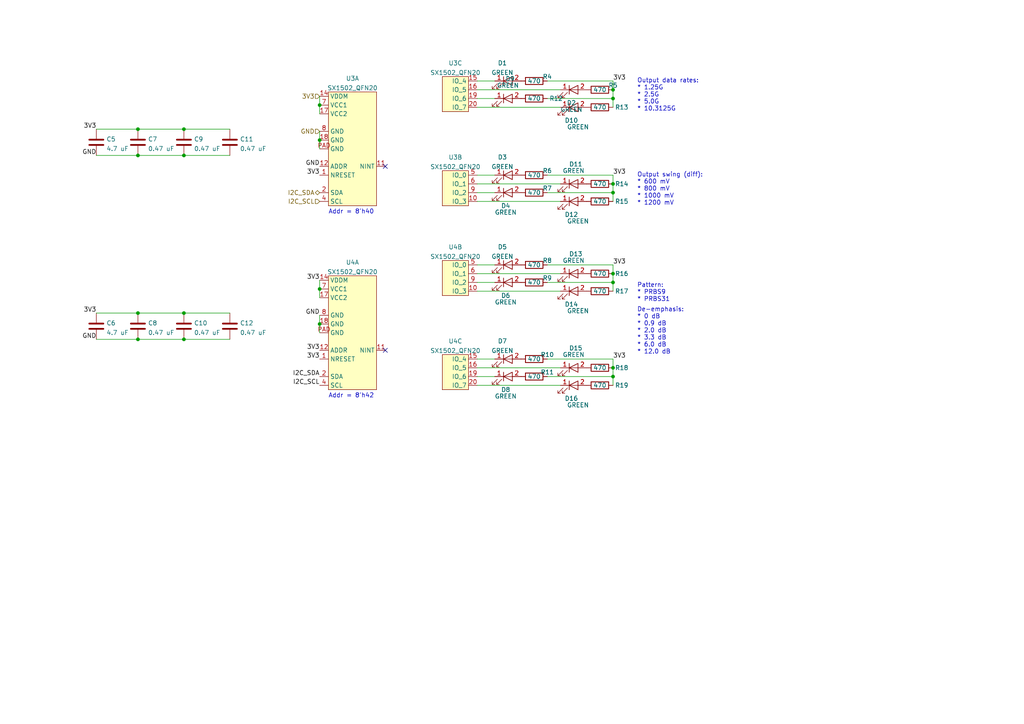
<source format=kicad_sch>
(kicad_sch (version 20211123) (generator eeschema)
  (paper "A4")
  (title_block (title "PRBS Generator") (date "2022-03-19") (rev "0.1") (company "Antikernel Labs") (comment 1 "Andrew D. Zonenberg"))
  (lib_symbols
    (symbol "device:C" (pin_numbers hide) (pin_names (offset 0.254))
      (property "Reference" "C" (at 0.635 2.54 0))
      (property "Value" "C" (at 0.635 -2.54 0))
      (symbol "C_0_1"
        (polyline (pts (xy -2.032 -0.762) (xy 2.032 -0.762)) (stroke (width 0.508)))
        (polyline (pts (xy -2.032 0.762) (xy 2.032 0.762)) (stroke (width 0.508)))
      )
      (symbol "C_1_1"
        (pin passive line (at 0 3.81 270) (length 2.794) (name "~") (number "1"))
        (pin passive line (at 0 -3.81 90) (length 2.794) (name "~") (number "2"))
      )
    )
    (symbol "device:LED" (pin_names (offset 1.016) hide)
      (property "Reference" "D" (at 0 2.54 0))
      (property "Value" "LED" (at 0 -2.54 0))
      (symbol "LED_0_1"
        (polyline (pts (xy -1.27 -1.27) (xy -1.27 1.27)) (stroke (width 0.2032)))
        (polyline (pts (xy -1.27 0) (xy 1.27 0)))
        (polyline (pts (xy 1.27 -1.27) (xy 1.27 1.27) (xy -1.27 0) (xy 1.27 -1.27)) (stroke (width 0.2032)))
        (polyline (pts (xy -3.048 -0.762) (xy -4.572 -2.286) (xy -3.81 -2.286) (xy -4.572 -2.286) (xy -4.572 -1.524)))
        (polyline (pts (xy -1.778 -0.762) (xy -3.302 -2.286) (xy -2.54 -2.286) (xy -3.302 -2.286) (xy -3.302 -1.524)))
      )
      (symbol "LED_1_1"
        (pin passive line (at -3.81 0 0) (length 2.54) (name "K") (number "1"))
        (pin passive line (at 3.81 0 180) (length 2.54) (name "A") (number "2"))
      )
    )
    (symbol "device:R" (pin_numbers hide) (pin_names (offset 0))
      (property "Reference" "R" (at 2.032 0 90))
      (property "Value" "R" (at 0 0 90))
      (symbol "R_0_1"
        (rectangle (start -1.016 -2.54) (end 1.016 2.54) (stroke (width 0.254)))
      )
      (symbol "R_1_1"
        (pin passive line (at 0 3.81 270) (length 1.27) (name "~") (number "1"))
        (pin passive line (at 0 -3.81 90) (length 1.27) (name "~") (number "2"))
      )
    )
    (symbol "special-azonenberg:SX1502_QFN20"
      (property "Reference" "U" (at 0 -2.54 0))
      (property "Value" "SX1502_QFN20" (at 0 -5.08 0))
      (symbol "SX1502_QFN20_1_1"
        (rectangle (start 0 33.02) (end 13.97 0) (stroke (width 0.1524)) (fill (type background)))
        (pin input line (at -2.54 8.89 0) (length 2.54) (name "NRESET") (number "1"))
        (pin output line (at 16.51 11.43 180) (length 2.54) (name "NINT") (number "11"))
        (pin input line (at -2.54 11.43 0) (length 2.54) (name "ADDR") (number "12"))
        (pin power_in line (at -2.54 31.75 0) (length 2.54) (name "VDDM") (number "14"))
        (pin power_in line (at -2.54 26.67 0) (length 2.54) (name "VCC2") (number "17"))
        (pin power_in line (at -2.54 19.05 0) (length 2.54) (name "GND") (number "18"))
        (pin bidirectional line (at -2.54 3.81 0) (length 2.54) (name "SDA") (number "2"))
        (pin input line (at -2.54 1.27 0) (length 2.54) (name "SCL") (number "4"))
        (pin power_in line (at -2.54 29.21 0) (length 2.54) (name "VCC1") (number "7"))
        (pin power_in line (at -2.54 21.59 0) (length 2.54) (name "GND") (number "8"))
        (pin power_in line (at -2.54 16.51 0) (length 2.54) (name "GND") (number "PAD"))
      )
      (symbol "SX1502_QFN20_2_1"
        (rectangle (start 0 10.16) (end 7.62 0) (stroke (width 0.1524)) (fill (type background)))
        (pin bidirectional line (at -2.54 1.27 0) (length 2.54) (name "IO_3") (number "10"))
        (pin bidirectional line (at -2.54 8.89 0) (length 2.54) (name "IO_0") (number "5"))
        (pin bidirectional line (at -2.54 6.35 0) (length 2.54) (name "IO_1") (number "6"))
        (pin bidirectional line (at -2.54 3.81 0) (length 2.54) (name "IO_2") (number "9"))
      )
      (symbol "SX1502_QFN20_3_1"
        (rectangle (start 0 10.16) (end 7.62 0) (stroke (width 0.1524)) (fill (type background)))
        (pin bidirectional line (at -2.54 8.89 0) (length 2.54) (name "IO_4") (number "15"))
        (pin bidirectional line (at -2.54 6.35 0) (length 2.54) (name "IO_5") (number "16"))
        (pin bidirectional line (at -2.54 3.81 0) (length 2.54) (name "IO_6") (number "19"))
        (pin bidirectional line (at -2.54 1.27 0) (length 2.54) (name "IO_7") (number "20"))
      )
    )
  )
  (junction (at 177.8 53.34))
  (junction (at 177.8 81.915))
  (junction (at 92.71 40.64))
  (junction (at 92.71 83.82))
  (junction (at 53.34 98.425))
  (junction (at 40.005 98.425))
  (junction (at 177.8 28.575))
  (junction (at 177.8 26.035))
  (junction (at 177.8 106.68))
  (junction (at 40.005 37.465))
  (junction (at 92.71 93.98))
  (junction (at 53.34 45.085))
  (junction (at 53.34 90.805))
  (junction (at 53.34 37.465))
  (junction (at 40.005 90.805))
  (junction (at 177.8 109.22))
  (junction (at 40.005 45.085))
  (junction (at 92.71 30.48))
  (junction (at 177.8 79.375))
  (junction (at 177.8 55.88))
  (no_connect (at 111.76 101.6))
  (no_connect (at 111.76 48.26))
  (wire (pts (xy 138.43 109.22) (xy 143.51 109.22)))
  (wire (pts (xy 177.8 23.495) (xy 177.8 26.035)))
  (wire (pts (xy 177.8 109.22) (xy 177.8 106.68)))
  (wire (pts (xy 158.75 76.835) (xy 177.8 76.835)))
  (wire (pts (xy 158.75 109.22) (xy 177.8 109.22)))
  (wire (pts (xy 177.8 31.115) (xy 177.8 28.575)))
  (wire (pts (xy 158.75 55.88) (xy 177.8 55.88)))
  (wire (pts (xy 92.71 30.48) (xy 92.71 33.02)))
  (wire (pts (xy 27.94 90.805) (xy 40.005 90.805)))
  (wire (pts (xy 138.43 81.915) (xy 143.51 81.915)))
  (wire (pts (xy 177.8 53.34) (xy 177.8 50.8)))
  (wire (pts (xy 27.94 98.425) (xy 40.005 98.425)))
  (wire (pts (xy 158.75 81.915) (xy 177.8 81.915)))
  (wire (pts (xy 92.71 27.94) (xy 92.71 30.48)))
  (wire (pts (xy 53.34 37.465) (xy 66.675 37.465)))
  (wire (pts (xy 92.71 38.1) (xy 92.71 40.64)))
  (wire (pts (xy 177.8 106.68) (xy 177.8 104.14)))
  (wire (pts (xy 92.71 81.28) (xy 92.71 83.82)))
  (wire (pts (xy 27.94 45.085) (xy 40.005 45.085)))
  (wire (pts (xy 92.71 83.82) (xy 92.71 86.36)))
  (wire (pts (xy 177.8 84.455) (xy 177.8 81.915)))
  (wire (pts (xy 177.8 55.88) (xy 177.8 53.34)))
  (wire (pts (xy 53.34 98.425) (xy 66.675 98.425)))
  (wire (pts (xy 177.8 58.42) (xy 177.8 55.88)))
  (wire (pts (xy 158.75 50.8) (xy 177.8 50.8)))
  (wire (pts (xy 138.43 53.34) (xy 162.56 53.34)))
  (wire (pts (xy 92.71 91.44) (xy 92.71 93.98)))
  (wire (pts (xy 177.8 81.915) (xy 177.8 79.375)))
  (wire (pts (xy 138.43 79.375) (xy 162.56 79.375)))
  (wire (pts (xy 138.43 50.8) (xy 143.51 50.8)))
  (wire (pts (xy 40.005 98.425) (xy 53.34 98.425)))
  (wire (pts (xy 158.75 104.14) (xy 177.8 104.14)))
  (wire (pts (xy 53.34 90.805) (xy 66.675 90.805)))
  (wire (pts (xy 138.43 111.76) (xy 162.56 111.76)))
  (wire (pts (xy 138.43 106.68) (xy 162.56 106.68)))
  (wire (pts (xy 177.8 79.375) (xy 177.8 76.835)))
  (wire (pts (xy 138.43 55.88) (xy 143.51 55.88)))
  (wire (pts (xy 138.43 58.42) (xy 162.56 58.42)))
  (wire (pts (xy 92.71 93.98) (xy 92.71 96.52)))
  (wire (pts (xy 40.005 90.805) (xy 53.34 90.805)))
  (wire (pts (xy 40.005 45.085) (xy 53.34 45.085)))
  (wire (pts (xy 158.75 23.495) (xy 177.8 23.495)))
  (wire (pts (xy 177.8 111.76) (xy 177.8 109.22)))
  (wire (pts (xy 92.71 40.64) (xy 92.71 43.18)))
  (wire (pts (xy 53.34 45.085) (xy 66.675 45.085)))
  (wire (pts (xy 138.43 23.495) (xy 143.51 23.495)))
  (wire (pts (xy 177.8 26.035) (xy 177.8 28.575)))
  (wire (pts (xy 40.005 37.465) (xy 53.34 37.465)))
  (wire (pts (xy 27.94 37.465) (xy 40.005 37.465)))
  (wire (pts (xy 138.43 84.455) (xy 162.56 84.455)))
  (wire (pts (xy 138.43 26.035) (xy 162.56 26.035)))
  (wire (pts (xy 138.43 76.835) (xy 143.51 76.835)))
  (wire (pts (xy 138.43 28.575) (xy 143.51 28.575)))
  (wire (pts (xy 158.75 28.575) (xy 177.8 28.575)))
  (wire (pts (xy 138.43 104.14) (xy 143.51 104.14)))
  (wire (pts (xy 138.43 31.115) (xy 162.56 31.115)))
  (text "Pattern:\n* PRBS9\n* PRBS31" (at 184.785 87.63 0) (effects (font (size 1.27 1.27)) (justify left bottom)))
  (text "Addr = 8'h42" (at 95.25 115.57 0) (effects (font (size 1.27 1.27)) (justify left bottom)))
  (text "Addr = 8'h40" (at 95.25 62.23 0) (effects (font (size 1.27 1.27)) (justify left bottom)))
  (text "Output data rates:\n* 1.25G\n* 2.5G\n* 5.0G\n* 10.3125G" (at 184.785 32.385 0) (effects (font (size 1.27 1.27)) (justify left bottom)))
  (text "Output swing (diff):\n* 600 mV\n* 800 mV\n* 1000 mV\n* 1200 mV" (at 184.785 59.69 0) (effects (font (size 1.27 1.27)) (justify left bottom)))
  (text "De-emphasis:\n* 0 dB\n* 0.9 dB\n* 2.0 dB\n* 3.3 dB\n* 6.0 dB\n* 12.0 dB" (at 184.785 102.87 0) (effects (font (size 1.27 1.27)) (justify left bottom)))
  (label "3V3" (at 92.71 101.6 180))
  (label "GND" (at 92.71 48.26 180))
  (label "3V3" (at 92.71 50.8 180))
  (label "GND" (at 27.94 45.085 180))
  (label "3V3" (at 27.94 37.465 180))
  (label "3V3" (at 177.8 104.14 0))
  (label "3V3" (at 177.8 50.8 0))
  (label "3V3" (at 177.8 76.835 0))
  (label "3V3" (at 92.71 104.14 180))
  (label "I2C_SDA" (at 92.71 109.22 180))
  (label "3V3" (at 27.94 90.805 180))
  (label "I2C_SCL" (at 92.71 111.76 180))
  (label "GND" (at 27.94 98.425 180))
  (label "GND" (at 92.71 91.44 180))
  (label "3V3" (at 92.71 81.28 180))
  (label "3V3" (at 177.8 23.495 0))
  (hierarchical_label "I2C_SCL" (shape input) (at 92.71 58.42 180))
  (hierarchical_label "I2C_SDA" (shape bidirectional) (at 92.71 55.88 180))
  (hierarchical_label "GND" (shape input) (at 92.71 38.1 180))
  (hierarchical_label "3V3" (shape input) (at 92.71 27.94 180))
  (symbol (lib_id "device:R") (at 154.94 50.8 90) (unit 1)
    (property "Reference" "R6" (at 158.75 49.53 90))
    (property "Value" "470" (at 154.94 50.8 90))
    (property "Footprint" "azonenberg_pcb:EIA_0402_RES_NOSILK" (effects hide))
  )
  (symbol (lib_id "device:R") (at 173.99 53.34 90) (unit 1)
    (property "Reference" "R14" (at 180.34 53.34 90))
    (property "Value" "470" (at 173.99 53.34 90))
    (property "Footprint" "azonenberg_pcb:EIA_0402_RES_NOSILK" (effects hide))
  )
  (symbol (lib_id "device:LED") (at 166.37 26.035 0) (unit 1)
    (property "Reference" "D2" (at 165.735 29.845 0))
    (property "Value" "GREEN" (at 165.735 31.75 0))
    (property "Footprint" "azonenberg_pcb:EIA_0805_LED" (effects hide))
  )
  (symbol (lib_id "device:LED") (at 166.37 111.76 0) (unit 1)
    (property "Reference" "D16" (at 165.735 115.57 0))
    (property "Value" "GREEN" (at 167.64 117.475 0))
    (property "Footprint" "azonenberg_pcb:EIA_0805_LED" (effects hide))
  )
  (symbol (lib_id "device:C") (at 27.94 94.615 0) (unit 1)
    (property "Reference" "C6" (at 30.861 93.7065 0) (effects (justify left)))
    (property "Value" "4.7 uF" (at 30.861 96.4816 0) (effects (justify left)))
    (property "Footprint" "azonenberg_pcb:EIA_0603_CAP_NOSILK" (effects hide))
  )
  (symbol (lib_id "device:LED") (at 147.32 76.835 0) (unit 1)
    (property "Reference" "D5" (at 145.7198 71.6239 0))
    (property "Value" "GREEN" (at 145.7198 74.399 0))
    (property "Footprint" "azonenberg_pcb:EIA_0805_LED" (effects hide))
  )
  (symbol (lib_id "device:R") (at 173.99 106.68 90) (unit 1)
    (property "Reference" "R18" (at 180.34 106.68 90))
    (property "Value" "470" (at 173.99 106.68 90))
    (property "Footprint" "azonenberg_pcb:EIA_0402_RES_NOSILK" (effects hide))
  )
  (symbol (lib_id "device:LED") (at 166.37 84.455 0) (unit 1)
    (property "Reference" "D14" (at 165.735 88.265 0))
    (property "Value" "GREEN" (at 167.64 90.17 0))
    (property "Footprint" "azonenberg_pcb:EIA_0805_LED" (effects hide))
  )
  (symbol (lib_id "device:C") (at 66.675 94.615 0) (unit 1)
    (property "Reference" "C12" (at 69.596 93.7065 0) (effects (justify left)))
    (property "Value" "0.47 uF" (at 69.596 96.4816 0) (effects (justify left)))
    (property "Footprint" "azonenberg_pcb:EIA_0402_CAP_NOSILK" (effects hide))
  )
  (symbol (lib_id "device:R") (at 173.99 31.115 90) (unit 1)
    (property "Reference" "R13" (at 180.34 31.115 90))
    (property "Value" "470" (at 173.99 31.115 90))
    (property "Footprint" "azonenberg_pcb:EIA_0402_RES_NOSILK" (effects hide))
  )
  (symbol (lib_id "device:C") (at 27.94 41.275 0) (unit 1)
    (property "Reference" "C5" (at 30.861 40.3665 0) (effects (justify left)))
    (property "Value" "4.7 uF" (at 30.861 43.1416 0) (effects (justify left)))
    (property "Footprint" "azonenberg_pcb:EIA_0603_CAP_NOSILK" (effects hide))
  )
  (symbol (lib_id "device:LED") (at 147.32 28.575 0) (unit 1)
    (property "Reference" "D9" (at 147.955 22.86 0))
    (property "Value" "GREEN" (at 147.32 24.765 0))
    (property "Footprint" "azonenberg_pcb:EIA_0805_LED" (effects hide))
  )
  (symbol (lib_id "device:C") (at 53.34 41.275 0) (unit 1)
    (property "Reference" "C9" (at 56.261 40.3665 0) (effects (justify left)))
    (property "Value" "0.47 uF" (at 56.261 43.1416 0) (effects (justify left)))
    (property "Footprint" "azonenberg_pcb:EIA_0402_CAP_NOSILK" (effects hide))
  )
  (symbol (lib_id "special-azonenberg:SX1502_QFN20") (at 135.89 32.385 0) (mirror y) (unit 3)
    (property "Reference" "U3" (at 132.08 18.3093 0))
    (property "Value" "SX1502_QFN20" (at 132.08 21.0844 0))
    (property "Footprint" "azonenberg_pcb:QFN_20_0.4MM_3x3MM" (effects hide))
  )
  (symbol (lib_id "special-azonenberg:SX1502_QFN20") (at 135.89 85.725 0) (mirror y) (unit 2)
    (property "Reference" "U4" (at 132.08 71.6493 0))
    (property "Value" "SX1502_QFN20" (at 132.08 74.4244 0))
    (property "Footprint" "azonenberg_pcb:QFN_20_0.4MM_3x3MM" (effects hide))
  )
  (symbol (lib_id "device:LED") (at 166.37 79.375 0) (unit 1)
    (property "Reference" "D13" (at 167.005 73.66 0))
    (property "Value" "GREEN" (at 166.37 75.565 0))
    (property "Footprint" "azonenberg_pcb:EIA_0805_LED" (effects hide))
  )
  (symbol (lib_id "device:R") (at 154.94 81.915 90) (unit 1)
    (property "Reference" "R9" (at 158.75 80.645 90))
    (property "Value" "470" (at 154.94 81.915 90))
    (property "Footprint" "azonenberg_pcb:EIA_0402_RES_NOSILK" (effects hide))
  )
  (symbol (lib_id "special-azonenberg:SX1502_QFN20") (at 95.25 59.69 0) (unit 1)
    (property "Reference" "U3" (at 102.235 22.7543 0))
    (property "Value" "SX1502_QFN20" (at 102.235 25.5294 0))
    (property "Footprint" "azonenberg_pcb:QFN_20_0.4MM_3x3MM" (effects hide))
  )
  (symbol (lib_id "special-azonenberg:SX1502_QFN20") (at 135.89 113.03 0) (mirror y) (unit 3)
    (property "Reference" "U4" (at 132.08 98.9543 0))
    (property "Value" "SX1502_QFN20" (at 132.08 101.7294 0))
    (property "Footprint" "azonenberg_pcb:QFN_20_0.4MM_3x3MM" (effects hide))
  )
  (symbol (lib_id "device:C") (at 66.675 41.275 0) (unit 1)
    (property "Reference" "C11" (at 69.596 40.3665 0) (effects (justify left)))
    (property "Value" "0.47 uF" (at 69.596 43.1416 0) (effects (justify left)))
    (property "Footprint" "azonenberg_pcb:EIA_0402_CAP_NOSILK" (effects hide))
  )
  (symbol (lib_id "device:R") (at 154.94 28.575 90) (unit 1)
    (property "Reference" "R12" (at 161.29 28.575 90))
    (property "Value" "470" (at 154.94 28.575 90))
    (property "Footprint" "azonenberg_pcb:EIA_0402_RES_NOSILK" (effects hide))
  )
  (symbol (lib_id "device:LED") (at 166.37 53.34 0) (unit 1)
    (property "Reference" "D11" (at 167.005 47.625 0))
    (property "Value" "GREEN" (at 166.37 49.53 0))
    (property "Footprint" "azonenberg_pcb:EIA_0805_LED" (effects hide))
  )
  (symbol (lib_id "device:LED") (at 166.37 58.42 0) (unit 1)
    (property "Reference" "D12" (at 165.735 62.23 0))
    (property "Value" "GREEN" (at 167.64 64.135 0))
    (property "Footprint" "azonenberg_pcb:EIA_0805_LED" (effects hide))
  )
  (symbol (lib_id "device:LED") (at 147.32 23.495 0) (unit 1)
    (property "Reference" "D1" (at 145.7198 18.2839 0))
    (property "Value" "GREEN" (at 145.7198 21.059 0))
    (property "Footprint" "azonenberg_pcb:EIA_0805_LED" (effects hide))
  )
  (symbol (lib_id "special-azonenberg:SX1502_QFN20") (at 135.89 59.69 0) (mirror y) (unit 2)
    (property "Reference" "U3" (at 132.08 45.6143 0))
    (property "Value" "SX1502_QFN20" (at 132.08 48.3894 0))
    (property "Footprint" "azonenberg_pcb:QFN_20_0.4MM_3x3MM" (effects hide))
  )
  (symbol (lib_id "device:R") (at 173.99 79.375 90) (unit 1)
    (property "Reference" "R16" (at 180.34 79.375 90))
    (property "Value" "470" (at 173.99 79.375 90))
    (property "Footprint" "azonenberg_pcb:EIA_0402_RES_NOSILK" (effects hide))
  )
  (symbol (lib_id "device:R") (at 173.99 58.42 90) (unit 1)
    (property "Reference" "R15" (at 180.34 58.42 90))
    (property "Value" "470" (at 173.99 58.42 90))
    (property "Footprint" "azonenberg_pcb:EIA_0402_RES_NOSILK" (effects hide))
  )
  (symbol (lib_id "device:R") (at 154.94 76.835 90) (unit 1)
    (property "Reference" "R8" (at 158.75 75.565 90))
    (property "Value" "470" (at 154.94 76.835 90))
    (property "Footprint" "azonenberg_pcb:EIA_0402_RES_NOSILK" (effects hide))
  )
  (symbol (lib_id "device:R") (at 154.94 23.495 90) (unit 1)
    (property "Reference" "R4" (at 158.75 22.225 90))
    (property "Value" "470" (at 154.94 23.495 90))
    (property "Footprint" "azonenberg_pcb:EIA_0402_RES_NOSILK" (effects hide))
  )
  (symbol (lib_id "device:R") (at 154.94 104.14 90) (unit 1)
    (property "Reference" "R10" (at 158.75 102.87 90))
    (property "Value" "470" (at 154.94 104.14 90))
    (property "Footprint" "azonenberg_pcb:EIA_0402_RES_NOSILK" (effects hide))
  )
  (symbol (lib_id "device:R") (at 173.99 84.455 90) (unit 1)
    (property "Reference" "R17" (at 180.34 84.455 90))
    (property "Value" "470" (at 173.99 84.455 90))
    (property "Footprint" "azonenberg_pcb:EIA_0402_RES_NOSILK" (effects hide))
  )
  (symbol (lib_id "device:LED") (at 147.32 55.88 0) (unit 1)
    (property "Reference" "D4" (at 146.685 59.69 0))
    (property "Value" "GREEN" (at 146.685 61.595 0))
    (property "Footprint" "azonenberg_pcb:EIA_0805_LED" (effects hide))
  )
  (symbol (lib_id "device:LED") (at 166.37 106.68 0) (unit 1)
    (property "Reference" "D15" (at 167.005 100.965 0))
    (property "Value" "GREEN" (at 166.37 102.87 0))
    (property "Footprint" "azonenberg_pcb:EIA_0805_LED" (effects hide))
  )
  (symbol (lib_id "device:LED") (at 147.32 81.915 0) (unit 1)
    (property "Reference" "D6" (at 146.685 85.725 0))
    (property "Value" "GREEN" (at 146.685 87.63 0))
    (property "Footprint" "azonenberg_pcb:EIA_0805_LED" (effects hide))
  )
  (symbol (lib_id "device:R") (at 154.94 109.22 90) (unit 1)
    (property "Reference" "R11" (at 158.75 107.95 90))
    (property "Value" "470" (at 154.94 109.22 90))
    (property "Footprint" "azonenberg_pcb:EIA_0402_RES_NOSILK" (effects hide))
  )
  (symbol (lib_id "device:C") (at 40.005 41.275 0) (unit 1)
    (property "Reference" "C7" (at 42.926 40.3665 0) (effects (justify left)))
    (property "Value" "0.47 uF" (at 42.926 43.1416 0) (effects (justify left)))
    (property "Footprint" "azonenberg_pcb:EIA_0402_CAP_NOSILK" (effects hide))
  )
  (symbol (lib_id "device:R") (at 173.99 26.035 90) (unit 1)
    (property "Reference" "R5" (at 177.8 24.765 90))
    (property "Value" "470" (at 173.99 26.035 90))
    (property "Footprint" "azonenberg_pcb:EIA_0402_RES_NOSILK" (effects hide))
  )
  (symbol (lib_id "device:LED") (at 147.32 50.8 0) (unit 1)
    (property "Reference" "D3" (at 145.7198 45.5889 0))
    (property "Value" "GREEN" (at 145.7198 48.364 0))
    (property "Footprint" "azonenberg_pcb:EIA_0805_LED" (effects hide))
  )
  (symbol (lib_id "device:LED") (at 166.37 31.115 0) (unit 1)
    (property "Reference" "D10" (at 165.735 34.925 0))
    (property "Value" "GREEN" (at 167.64 36.83 0))
    (property "Footprint" "azonenberg_pcb:EIA_0805_LED" (effects hide))
  )
  (symbol (lib_id "device:LED") (at 147.32 104.14 0) (unit 1)
    (property "Reference" "D7" (at 145.7198 98.9289 0))
    (property "Value" "GREEN" (at 145.7198 101.704 0))
    (property "Footprint" "azonenberg_pcb:EIA_0805_LED" (effects hide))
  )
  (symbol (lib_id "device:C") (at 40.005 94.615 0) (unit 1)
    (property "Reference" "C8" (at 42.926 93.7065 0) (effects (justify left)))
    (property "Value" "0.47 uF" (at 42.926 96.4816 0) (effects (justify left)))
    (property "Footprint" "azonenberg_pcb:EIA_0402_CAP_NOSILK" (effects hide))
  )
  (symbol (lib_id "special-azonenberg:SX1502_QFN20") (at 95.25 113.03 0) (unit 1)
    (property "Reference" "U4" (at 102.235 76.0943 0))
    (property "Value" "SX1502_QFN20" (at 102.235 78.8694 0))
    (property "Footprint" "azonenberg_pcb:QFN_20_0.4MM_3x3MM" (effects hide))
  )
  (symbol (lib_id "device:C") (at 53.34 94.615 0) (unit 1)
    (property "Reference" "C10" (at 56.261 93.7065 0) (effects (justify left)))
    (property "Value" "0.47 uF" (at 56.261 96.4816 0) (effects (justify left)))
    (property "Footprint" "azonenberg_pcb:EIA_0402_CAP_NOSILK" (effects hide))
  )
  (symbol (lib_id "device:R") (at 173.99 111.76 90) (unit 1)
    (property "Reference" "R19" (at 180.34 111.76 90))
    (property "Value" "470" (at 173.99 111.76 90))
    (property "Footprint" "azonenberg_pcb:EIA_0402_RES_NOSILK" (effects hide))
  )
  (symbol (lib_id "device:LED") (at 147.32 109.22 0) (unit 1)
    (property "Reference" "D8" (at 146.685 113.03 0))
    (property "Value" "GREEN" (at 146.685 114.935 0))
    (property "Footprint" "azonenberg_pcb:EIA_0805_LED" (effects hide))
  )
  (symbol (lib_id "device:R") (at 154.94 55.88 90) (unit 1)
    (property "Reference" "R7" (at 158.75 54.61 90))
    (property "Value" "470" (at 154.94 55.88 90))
    (property "Footprint" "azonenberg_pcb:EIA_0402_RES_NOSILK" (effects hide))
  )
)
</source>
